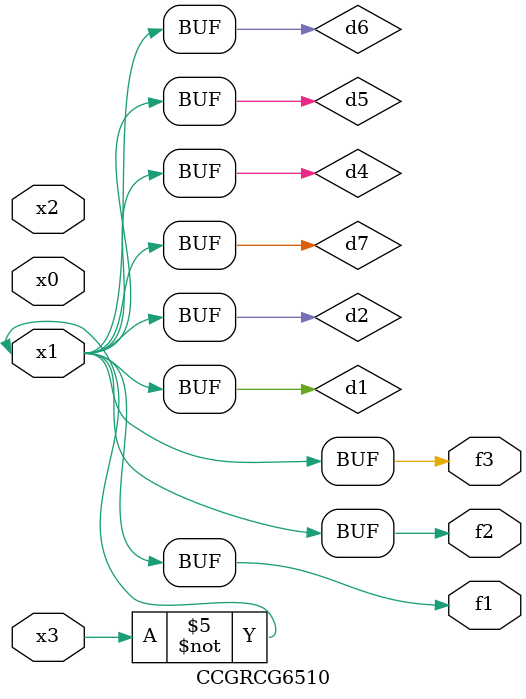
<source format=v>
module CCGRCG6510(
	input x0, x1, x2, x3,
	output f1, f2, f3
);

	wire d1, d2, d3, d4, d5, d6, d7;

	not (d1, x3);
	buf (d2, x1);
	xnor (d3, d1, d2);
	nor (d4, d1);
	buf (d5, d1, d2);
	buf (d6, d4, d5);
	nand (d7, d4);
	assign f1 = d6;
	assign f2 = d7;
	assign f3 = d6;
endmodule

</source>
